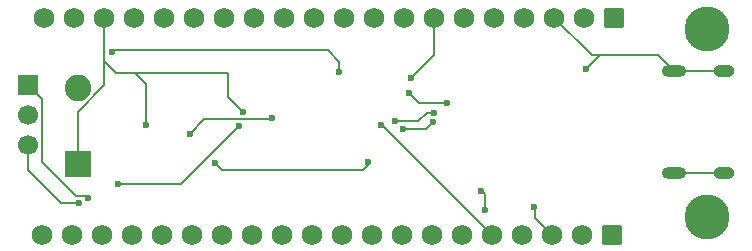
<source format=gbr>
%TF.GenerationSoftware,KiCad,Pcbnew,9.0.6*%
%TF.CreationDate,2025-11-29T13:02:54-06:00*%
%TF.ProjectId,Tony's devboard,546f6e79-2773-4206-9465-76626f617264,rev?*%
%TF.SameCoordinates,Original*%
%TF.FileFunction,Copper,L2,Bot*%
%TF.FilePolarity,Positive*%
%FSLAX46Y46*%
G04 Gerber Fmt 4.6, Leading zero omitted, Abs format (unit mm)*
G04 Created by KiCad (PCBNEW 9.0.6) date 2025-11-29 13:02:54*
%MOMM*%
%LPD*%
G01*
G04 APERTURE LIST*
G04 Aperture macros list*
%AMRoundRect*
0 Rectangle with rounded corners*
0 $1 Rounding radius*
0 $2 $3 $4 $5 $6 $7 $8 $9 X,Y pos of 4 corners*
0 Add a 4 corners polygon primitive as box body*
4,1,4,$2,$3,$4,$5,$6,$7,$8,$9,$2,$3,0*
0 Add four circle primitives for the rounded corners*
1,1,$1+$1,$2,$3*
1,1,$1+$1,$4,$5*
1,1,$1+$1,$6,$7*
1,1,$1+$1,$8,$9*
0 Add four rect primitives between the rounded corners*
20,1,$1+$1,$2,$3,$4,$5,0*
20,1,$1+$1,$4,$5,$6,$7,0*
20,1,$1+$1,$6,$7,$8,$9,0*
20,1,$1+$1,$8,$9,$2,$3,0*%
G04 Aperture macros list end*
%TA.AperFunction,ComponentPad*%
%ADD10RoundRect,0.250000X0.620000X0.620000X-0.620000X0.620000X-0.620000X-0.620000X0.620000X-0.620000X0*%
%TD*%
%TA.AperFunction,ComponentPad*%
%ADD11C,1.740000*%
%TD*%
%TA.AperFunction,HeatsinkPad*%
%ADD12O,2.100000X1.000000*%
%TD*%
%TA.AperFunction,HeatsinkPad*%
%ADD13O,1.800000X1.000000*%
%TD*%
%TA.AperFunction,ComponentPad*%
%ADD14R,1.700000X1.700000*%
%TD*%
%TA.AperFunction,ComponentPad*%
%ADD15C,1.700000*%
%TD*%
%TA.AperFunction,ComponentPad*%
%ADD16C,2.600000*%
%TD*%
%TA.AperFunction,ConnectorPad*%
%ADD17C,3.800000*%
%TD*%
%TA.AperFunction,ComponentPad*%
%ADD18R,2.250000X2.250000*%
%TD*%
%TA.AperFunction,ComponentPad*%
%ADD19C,2.250000*%
%TD*%
%TA.AperFunction,ViaPad*%
%ADD20C,0.600000*%
%TD*%
%TA.AperFunction,Conductor*%
%ADD21C,0.200000*%
%TD*%
G04 APERTURE END LIST*
D10*
%TO.P,J4,1,Pin_1*%
%TO.N,VBUS*%
X141430000Y-53390000D03*
D11*
%TO.P,J4,2,Pin_2*%
%TO.N,GPIO26_ADC3*%
X138890000Y-53390000D03*
%TO.P,J4,3,Pin_3*%
%TO.N,GND*%
X136350000Y-53390000D03*
%TO.P,J4,4,Pin_4*%
%TO.N,GPIO26_ADC2*%
X133810000Y-53390000D03*
%TO.P,J4,5,Pin_5*%
%TO.N,+3V3*%
X131270000Y-53390000D03*
%TO.P,J4,6,Pin_6*%
%TO.N,GPIO26_ADC1*%
X128730000Y-53390000D03*
%TO.P,J4,7,Pin_7*%
%TO.N,GPIO26_ADC0*%
X126190000Y-53390000D03*
%TO.P,J4,8,Pin_8*%
%TO.N,GND*%
X123650000Y-53390000D03*
%TO.P,J4,9,Pin_9*%
%TO.N,GPIO24*%
X121110000Y-53390000D03*
%TO.P,J4,10,Pin_10*%
%TO.N,GPIO23*%
X118570000Y-53390000D03*
%TO.P,J4,11,Pin_11*%
%TO.N,RUN*%
X116030000Y-53390000D03*
%TO.P,J4,12,Pin_12*%
%TO.N,GPIO22*%
X113490000Y-53390000D03*
%TO.P,J4,13,Pin_13*%
%TO.N,GND*%
X110950000Y-53390000D03*
%TO.P,J4,14,Pin_14*%
%TO.N,GPIO21*%
X108410000Y-53390000D03*
%TO.P,J4,15,Pin_15*%
%TO.N,GPIO20*%
X105870000Y-53390000D03*
%TO.P,J4,16,Pin_16*%
%TO.N,GPIO19*%
X103330000Y-53390000D03*
%TO.P,J4,17,Pin_17*%
%TO.N,GPIO18*%
X100790000Y-53390000D03*
%TO.P,J4,18,Pin_18*%
%TO.N,GND*%
X98250000Y-53390000D03*
%TO.P,J4,19,Pin_19*%
%TO.N,GPIO17*%
X95710000Y-53390000D03*
%TO.P,J4,20,Pin_20*%
%TO.N,GPIO16*%
X93170000Y-53390000D03*
%TD*%
D10*
%TO.P,J3,1,Pin_1*%
%TO.N,GPIO0*%
X141620000Y-35000000D03*
D11*
%TO.P,J3,2,Pin_2*%
%TO.N,GPIO1*%
X139080000Y-35000000D03*
%TO.P,J3,3,Pin_3*%
%TO.N,GND*%
X136540000Y-35000000D03*
%TO.P,J3,4,Pin_4*%
%TO.N,GPIO2*%
X134000000Y-35000000D03*
%TO.P,J3,5,Pin_5*%
%TO.N,GPIO3*%
X131460000Y-35000000D03*
%TO.P,J3,6,Pin_6*%
%TO.N,GPIO4*%
X128920000Y-35000000D03*
%TO.P,J3,7,Pin_7*%
%TO.N,GND*%
X126380000Y-35000000D03*
%TO.P,J3,8,Pin_8*%
%TO.N,GPIO5*%
X123840000Y-35000000D03*
%TO.P,J3,9,Pin_9*%
%TO.N,GPIO6*%
X121300000Y-35000000D03*
%TO.P,J3,10,Pin_10*%
%TO.N,GPIO7*%
X118760000Y-35000000D03*
%TO.P,J3,11,Pin_11*%
%TO.N,GPIO8*%
X116220000Y-35000000D03*
%TO.P,J3,12,Pin_12*%
%TO.N,GPIO9*%
X113680000Y-35000000D03*
%TO.P,J3,13,Pin_13*%
%TO.N,GND*%
X111140000Y-35000000D03*
%TO.P,J3,14,Pin_14*%
%TO.N,GPIO10*%
X108600000Y-35000000D03*
%TO.P,J3,15,Pin_15*%
%TO.N,GPIO11*%
X106060000Y-35000000D03*
%TO.P,J3,16,Pin_16*%
%TO.N,GPIO12*%
X103520000Y-35000000D03*
%TO.P,J3,17,Pin_17*%
%TO.N,GPIO13*%
X100980000Y-35000000D03*
%TO.P,J3,18,Pin_18*%
%TO.N,GND*%
X98440000Y-35000000D03*
%TO.P,J3,19,Pin_19*%
%TO.N,GPIO14*%
X95900000Y-35000000D03*
%TO.P,J3,20,Pin_20*%
%TO.N,GPIO15*%
X93360000Y-35000000D03*
%TD*%
D12*
%TO.P,J1,S1,SHIELD*%
%TO.N,GND*%
X146715000Y-48190000D03*
D13*
X150895000Y-48190000D03*
D12*
X146715000Y-39550000D03*
D13*
X150895000Y-39550000D03*
%TD*%
D14*
%TO.P,J2,1,Pin_1*%
%TO.N,SWCLK*%
X92000000Y-40710000D03*
D15*
%TO.P,J2,2,Pin_2*%
%TO.N,GND*%
X92000000Y-43250000D03*
%TO.P,J2,3,Pin_3*%
%TO.N,SWD*%
X92000000Y-45790000D03*
%TD*%
D16*
%TO.P,REF\u002A\u002A,1*%
%TO.N,N/C*%
X149500000Y-51920000D03*
D17*
X149500000Y-51920000D03*
%TD*%
D18*
%TO.P,SW1,1,1*%
%TO.N,GND*%
X96220000Y-47440000D03*
D19*
%TO.P,SW1,2,2*%
%TO.N,Net-(R6-Pad1)*%
X96220000Y-40940000D03*
%TD*%
D16*
%TO.P,REF\u002A\u002A,1*%
%TO.N,N/C*%
X149500000Y-35940000D03*
D17*
X149500000Y-35940000D03*
%TD*%
D20*
%TO.N,+3V3*%
X121921103Y-44131103D03*
X109827211Y-44214260D03*
X99600000Y-49120000D03*
X130680000Y-51280000D03*
X130400000Y-49650000D03*
%TO.N,GND*%
X110230000Y-43000000D03*
X124460000Y-40120000D03*
X101990000Y-44130000D03*
X139282815Y-39319915D03*
X134824265Y-51015735D03*
%TO.N,+1V1*%
X120780000Y-47210000D03*
X107830000Y-47290000D03*
%TO.N,XIN*%
X105719765Y-44819765D03*
X112650000Y-43470000D03*
%TO.N,SWD*%
X96300000Y-50717900D03*
%TO.N,SWCLK*%
X97120000Y-50316900D03*
%TO.N,Net-(U1-USB_DP)*%
X123100735Y-43800000D03*
X126400000Y-43050000D03*
%TO.N,Net-(U1-USB_DM)*%
X123760735Y-44449265D03*
X126276498Y-43840412D03*
%TO.N,QSPI_SS*%
X118350000Y-39600000D03*
X99080000Y-37907000D03*
%TO.N,QSPI_SD1*%
X127510000Y-42270000D03*
X124260000Y-41400000D03*
%TD*%
D21*
%TO.N,+3V3*%
X130680000Y-49930000D02*
X130400000Y-49650000D01*
X99600000Y-49120000D02*
X104921470Y-49120000D01*
X122080000Y-44200000D02*
X131270000Y-53390000D01*
X104921470Y-49120000D02*
X109827211Y-44214260D01*
X121921103Y-44131103D02*
X121990000Y-44200000D01*
X121990000Y-44200000D02*
X122080000Y-44200000D01*
X130680000Y-51280000D02*
X130680000Y-49930000D01*
%TO.N,GND*%
X146715000Y-48190000D02*
X150895000Y-48190000D01*
X140412730Y-38190000D02*
X145355000Y-38190000D01*
X146715000Y-39550000D02*
X150895000Y-39550000D01*
X98440000Y-38680000D02*
X98440000Y-40736669D01*
X108970000Y-39690000D02*
X101030000Y-39690000D01*
X101990000Y-40650000D02*
X101030000Y-39690000D01*
X98440000Y-35000000D02*
X98440000Y-38680000D01*
X145355000Y-38190000D02*
X146715000Y-39550000D01*
X139282815Y-39319915D02*
X140412730Y-38190000D01*
X136540000Y-35000000D02*
X139730000Y-38190000D01*
X126380000Y-35000000D02*
X126380000Y-38200000D01*
X101030000Y-39690000D02*
X99450000Y-39690000D01*
X126380000Y-38200000D02*
X124460000Y-40120000D01*
X139730000Y-38190000D02*
X140412730Y-38190000D01*
X110230000Y-43000000D02*
X108970000Y-41740000D01*
X98440000Y-40736669D02*
X96220000Y-42956669D01*
X101990000Y-44130000D02*
X101990000Y-40650000D01*
X96220000Y-42956669D02*
X96220000Y-47440000D01*
X134930000Y-51970000D02*
X136350000Y-53390000D01*
X134930000Y-51121470D02*
X134930000Y-51970000D01*
X134824265Y-51015735D02*
X134930000Y-51121470D01*
X99450000Y-39690000D02*
X98440000Y-38680000D01*
X108970000Y-41740000D02*
X108970000Y-39690000D01*
%TO.N,+1V1*%
X120390000Y-47910000D02*
X108450000Y-47910000D01*
X120780000Y-47520000D02*
X120390000Y-47910000D01*
X108450000Y-47910000D02*
X107830000Y-47290000D01*
X120780000Y-47210000D02*
X120780000Y-47520000D01*
%TO.N,XIN*%
X112506740Y-43613260D02*
X106926270Y-43613260D01*
X112650000Y-43470000D02*
X112506740Y-43613260D01*
X106926270Y-43613260D02*
X105719765Y-44819765D01*
%TO.N,SWD*%
X92000000Y-47948616D02*
X94769284Y-50717900D01*
X92000000Y-45790000D02*
X92000000Y-47948616D01*
X94769284Y-50717900D02*
X96300000Y-50717900D01*
%TO.N,SWCLK*%
X93151000Y-41861000D02*
X92000000Y-40710000D01*
X96044900Y-50116900D02*
X93151000Y-47223000D01*
X93151000Y-47223000D02*
X93151000Y-41861000D01*
X97120000Y-50316900D02*
X96920000Y-50116900D01*
X96920000Y-50116900D02*
X96044900Y-50116900D01*
%TO.N,Net-(U1-USB_DP)*%
X123100735Y-43800000D02*
X124997265Y-43800000D01*
X124997265Y-43800000D02*
X125747265Y-43050000D01*
X125747265Y-43050000D02*
X126400000Y-43050000D01*
%TO.N,Net-(U1-USB_DM)*%
X123760735Y-44449265D02*
X125667645Y-44449265D01*
X125667645Y-44449265D02*
X126276498Y-43840412D01*
%TO.N,QSPI_SS*%
X117390000Y-37780000D02*
X99207000Y-37780000D01*
X118350000Y-39600000D02*
X118350000Y-38740000D01*
X118350000Y-38740000D02*
X117390000Y-37780000D01*
X99207000Y-37780000D02*
X99080000Y-37907000D01*
%TO.N,QSPI_SD1*%
X125130000Y-42270000D02*
X127510000Y-42270000D01*
X124260000Y-41400000D02*
X125130000Y-42270000D01*
%TD*%
M02*

</source>
